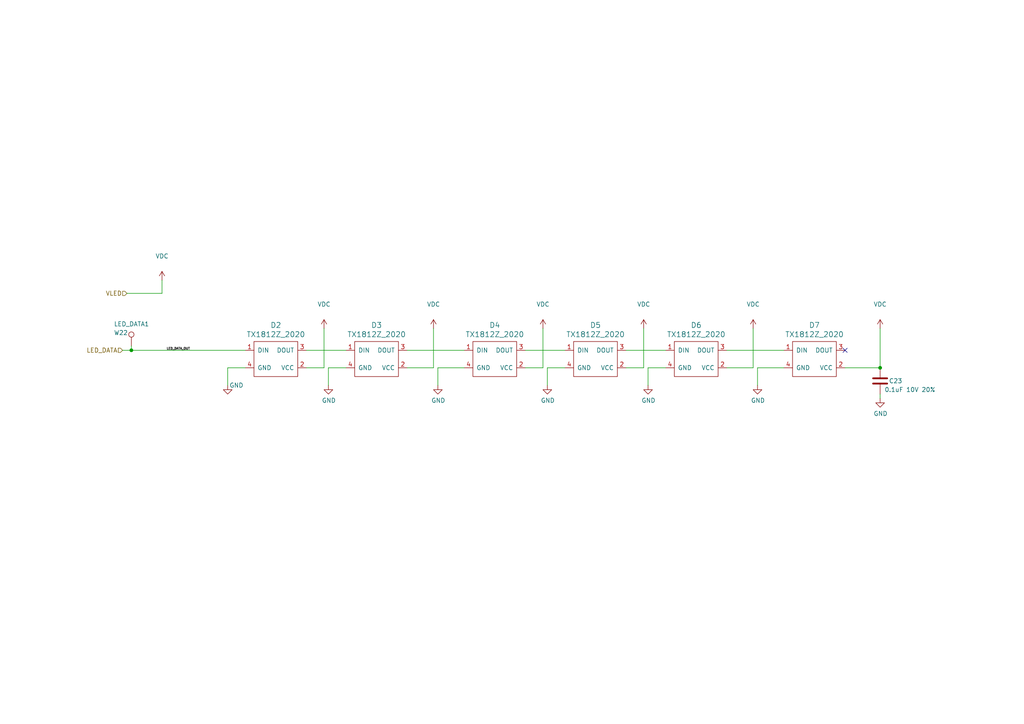
<source format=kicad_sch>
(kicad_sch (version 20211123) (generator eeschema)
  (paper "A4")
  (title_block (title "Pixels D20 Schematic, LEDs") (date "2020-04-13") (rev "2") (company "Systemic Games, LLC"))
  (lib_symbols
    (symbol "Device:C" (pin_numbers hide) (pin_names (offset 0.254))
      (property "Reference" "C" (at 0.635 2.54 0))
      (property "Value" "C" (at 0.635 -2.54 0))
      (symbol "C_0_1"
        (polyline (pts (xy -2.032 -0.762) (xy 2.032 -0.762)) (stroke (width 0.508)))
        (polyline (pts (xy -2.032 0.762) (xy 2.032 0.762)) (stroke (width 0.508)))
      )
      (symbol "C_1_1"
        (pin passive line (at 0 3.81 270) (length 2.794) (name "~") (number "1"))
        (pin passive line (at 0 -3.81 90) (length 2.794) (name "~") (number "2"))
      )
    )
    (symbol "Pixels-dice:TEST_1P-conn" (pin_numbers hide) (pin_names (offset 0.762) hide)
      (property "Reference" "W" (at 0 6.858 0))
      (property "Value" "TEST_1P-conn" (at 0 5.08 0))
      (symbol "TEST_1P-conn_0_1"
        (circle (center 0 3.302) (radius 0.762))
      )
      (symbol "TEST_1P-conn_1_1"
        (pin passive line (at 0 0 90) (length 2.54) (name "1") (number "1"))
      )
    )
    (symbol "Pixels-dice:TX1812Z_2020" (pin_names (offset 1.016))
      (property "Reference" "D" (at 0 -6.35 0))
      (property "Value" "TX1812Z_2020" (at 0 6.35 0))
      (symbol "TX1812Z_2020_0_1"
        (rectangle (start -6.35 5.08) (end 6.35 -5.08))
      )
      (symbol "TX1812Z_2020_1_1"
        (pin input line (at -8.89 2.54 0) (length 2.54) (name "DIN") (number "1"))
        (pin power_in line (at 8.89 -2.54 180) (length 2.54) (name "VCC") (number "2"))
        (pin output line (at 8.89 2.54 180) (length 2.54) (name "DOUT") (number "3"))
        (pin power_in line (at -8.89 -2.54 0) (length 2.54) (name "GND") (number "4"))
      )
    )
    (symbol "power:GND" (power) (pin_names (offset 0))
      (property "Value" "GND" (at 0 -3.81 0))
      (symbol "GND_0_1"
        (polyline (pts (xy 0 0) (xy 0 -1.27) (xy 1.27 -1.27) (xy 0 -2.54) (xy -1.27 -1.27) (xy 0 -1.27)))
      )
      (symbol "GND_1_1"
        (pin power_in line (at 0 0 270) (length 0) hide (name "GND") (number "1"))
      )
    )
    (symbol "power:VDC" (power) (pin_names (offset 0))
      (property "Value" "VDC" (at 0 6.35 0))
      (symbol "VDC_0_1"
        (polyline (pts (xy -0.762 1.27) (xy 0 2.54)))
        (polyline (pts (xy 0 0) (xy 0 2.54)))
        (polyline (pts (xy 0 2.54) (xy 0.762 1.27)))
      )
      (symbol "VDC_1_1"
        (pin power_in line (at 0 0 90) (length 0) hide (name "VDC") (number "1"))
      )
    )
  )
  (junction (at 38.1 101.6))
  (junction (at 255.27 106.68))
  (no_connect (at 245.11 101.6))
  (wire (pts (xy 118.11 106.68) (xy 125.73 106.68)))
  (wire (pts (xy 66.04 106.68) (xy 66.04 111.76)))
  (wire (pts (xy 219.71 106.68) (xy 219.71 111.76)))
  (wire (pts (xy 187.96 106.68) (xy 187.96 111.76)))
  (wire (pts (xy 255.27 114.3) (xy 255.27 115.57)))
  (wire (pts (xy 218.44 95.25) (xy 218.44 106.68)))
  (wire (pts (xy 181.61 106.68) (xy 186.69 106.68)))
  (wire (pts (xy 127 106.68) (xy 127 111.76)))
  (wire (pts (xy 210.82 106.68) (xy 218.44 106.68)))
  (wire (pts (xy 38.1 100.33) (xy 38.1 101.6)))
  (wire (pts (xy 88.9 101.6) (xy 100.33 101.6)))
  (wire (pts (xy 66.04 106.68) (xy 71.12 106.68)))
  (wire (pts (xy 46.99 85.09) (xy 46.99 81.28)))
  (wire (pts (xy 210.82 101.6) (xy 227.33 101.6)))
  (wire (pts (xy 152.4 106.68) (xy 157.48 106.68)))
  (wire (pts (xy 255.27 95.25) (xy 255.27 106.68)))
  (wire (pts (xy 38.1 101.6) (xy 71.12 101.6)))
  (wire (pts (xy 158.75 111.76) (xy 158.75 106.68)))
  (wire (pts (xy 125.73 95.25) (xy 125.73 106.68)))
  (wire (pts (xy 157.48 95.25) (xy 157.48 106.68)))
  (wire (pts (xy 245.11 106.68) (xy 255.27 106.68)))
  (wire (pts (xy 152.4 101.6) (xy 163.83 101.6)))
  (wire (pts (xy 95.25 106.68) (xy 100.33 106.68)))
  (wire (pts (xy 118.11 101.6) (xy 134.62 101.6)))
  (wire (pts (xy 127 106.68) (xy 134.62 106.68)))
  (wire (pts (xy 187.96 106.68) (xy 193.04 106.68)))
  (wire (pts (xy 158.75 106.68) (xy 163.83 106.68)))
  (wire (pts (xy 181.61 101.6) (xy 193.04 101.6)))
  (wire (pts (xy 35.56 101.6) (xy 38.1 101.6)))
  (wire (pts (xy 88.9 106.68) (xy 93.98 106.68)))
  (wire (pts (xy 186.69 95.25) (xy 186.69 106.68)))
  (wire (pts (xy 93.98 95.25) (xy 93.98 106.68)))
  (wire (pts (xy 219.71 106.68) (xy 227.33 106.68)))
  (wire (pts (xy 36.83 85.09) (xy 46.99 85.09)))
  (wire (pts (xy 95.25 111.76) (xy 95.25 106.68)))
  (label "LED_DATA_OUT" (at 48.26 101.6 0) (effects (font (size 0.635 0.635))))
  (hierarchical_label "LED_DATA" (shape input) (at 35.56 101.6 180))
  (hierarchical_label "VLED" (shape input) (at 36.83 85.09 180))
  (symbol (lib_id "Pixels-dice:TEST_1P-conn") (at 38.1 100.33 0) (unit 1)
    (property "Reference" "W22" (at 33.02 96.52 0) (effects (justify left)))
    (property "Value" "LED_DATA1" (at 33.02 93.98 0) (effects (justify left)))
    (property "Footprint" "Pixels-dice:TEST_PIN" (effects hide))
  )
  (symbol (lib_id "power:VDC") (at 46.99 81.28 0) (unit 1)
    (property "Reference" "#PWR0102" (effects hide))
    (property "Value" "VDC" (at 46.99 74.295 0))
  )
  (symbol (lib_id "power:VDC") (at 93.98 95.25 0) (unit 1)
    (property "Reference" "#PWR0103" (effects hide))
    (property "Value" "VDC" (at 93.98 88.265 0))
  )
  (symbol (lib_id "power:VDC") (at 125.73 95.25 0) (unit 1)
    (property "Reference" "#PWR0104" (effects hide))
    (property "Value" "VDC" (at 125.73 88.265 0))
  )
  (symbol (lib_id "power:GND") (at 66.04 111.76 0) (unit 1)
    (property "Reference" "#PWR0105" (effects hide))
    (property "Value" "GND" (at 68.58 111.76 0))
  )
  (symbol (lib_id "power:GND") (at 95.25 111.76 0) (unit 1)
    (property "Reference" "#PWR0106" (effects hide))
    (property "Value" "GND" (at 95.377 116.1542 0))
  )
  (symbol (lib_id "power:VDC") (at 157.48 95.25 0) (unit 1)
    (property "Reference" "#PWR0107" (effects hide))
    (property "Value" "VDC" (at 157.48 88.265 0))
  )
  (symbol (lib_id "power:VDC") (at 186.69 95.25 0) (unit 1)
    (property "Reference" "#PWR0108" (effects hide))
    (property "Value" "VDC" (at 186.69 88.265 0))
  )
  (symbol (lib_id "power:GND") (at 127 111.76 0) (unit 1)
    (property "Reference" "#PWR0109" (effects hide))
    (property "Value" "GND" (at 127.127 116.1542 0))
  )
  (symbol (lib_id "power:GND") (at 158.75 111.76 0) (unit 1)
    (property "Reference" "#PWR0110" (effects hide))
    (property "Value" "GND" (at 158.877 116.1542 0))
  )
  (symbol (lib_id "power:VDC") (at 218.44 95.25 0) (unit 1)
    (property "Reference" "#PWR0111" (effects hide))
    (property "Value" "VDC" (at 218.44 88.265 0))
  )
  (symbol (lib_id "power:VDC") (at 255.27 95.25 0) (unit 1)
    (property "Reference" "#PWR0113" (effects hide))
    (property "Value" "VDC" (at 255.27 88.265 0))
  )
  (symbol (lib_id "power:GND") (at 219.71 111.76 0) (unit 1)
    (property "Reference" "#PWR0114" (effects hide))
    (property "Value" "GND" (at 219.837 116.1542 0))
  )
  (symbol (lib_id "power:GND") (at 187.96 111.76 0) (unit 1)
    (property "Reference" "#PWR0116" (effects hide))
    (property "Value" "GND" (at 188.087 116.1542 0))
  )
  (symbol (lib_id "Device:C") (at 255.27 110.49 0) (unit 1)
    (property "Reference" "C23" (at 257.81 110.49 0) (effects (justify left)))
    (property "Value" "0.1uF 10V 20%" (at 256.54 113.03 0) (effects (justify left)))
    (property "Footprint" "Capacitor_SMD:C_0402_1005Metric" (effects hide))
    (property "Generic OK" "YES" (effects hide))
    (property "Pixels Part Number" "SMD-C005" (effects hide))
    (property "Manufacturer" "Murata" (effects hide))
    (property "Manufacturer Part Number" "GRM155R61H104KE19D" (effects hide))
  )
  (symbol (lib_id "power:GND") (at 255.27 115.57 0) (unit 1)
    (property "Reference" "#PWR0140" (effects hide))
    (property "Value" "GND" (at 255.397 119.9642 0))
  )
  (symbol (lib_id "Pixels-dice:TX1812Z_2020") (at 80.01 104.14 0) (unit 1)
    (property "Reference" "D2" (at 80.01 94.3102 0) (effects (font (size 1.524 1.524))))
    (property "Value" "TX1812Z_2020" (at 80.01 97.0026 0) (effects (font (size 1.524 1.524))))
    (property "Footprint" "Pixels-dice:TX1812Z_2020" (effects hide))
    (property "Manufacturer" "TCWIN" (effects hide))
    (property "Manufacturer Part Number" "TX1812Z 2020" (effects hide))
    (property "Pixels Part Number" "SMD-D002-ALT2" (effects hide))
    (property "Generic OK" "NO" (effects hide))
  )
  (symbol (lib_id "Pixels-dice:TX1812Z_2020") (at 109.22 104.14 0) (unit 1)
    (property "Reference" "D3" (at 109.22 94.3102 0) (effects (font (size 1.524 1.524))))
    (property "Value" "TX1812Z_2020" (at 109.22 97.0026 0) (effects (font (size 1.524 1.524))))
    (property "Footprint" "Pixels-dice:TX1812Z_2020" (effects hide))
    (property "Manufacturer" "TCWIN" (effects hide))
    (property "Manufacturer Part Number" "TX1812Z 2020" (effects hide))
    (property "Pixels Part Number" "SMD-D002-ALT2" (effects hide))
    (property "Generic OK" "NO" (effects hide))
  )
  (symbol (lib_id "Pixels-dice:TX1812Z_2020") (at 143.51 104.14 0) (unit 1)
    (property "Reference" "D4" (at 143.51 94.3102 0) (effects (font (size 1.524 1.524))))
    (property "Value" "TX1812Z_2020" (at 143.51 97.0026 0) (effects (font (size 1.524 1.524))))
    (property "Footprint" "Pixels-dice:TX1812Z_2020" (effects hide))
    (property "Manufacturer" "TCWIN" (effects hide))
    (property "Manufacturer Part Number" "TX1812Z 2020" (effects hide))
    (property "Pixels Part Number" "SMD-D002-ALT2" (effects hide))
    (property "Generic OK" "NO" (effects hide))
  )
  (symbol (lib_id "Pixels-dice:TX1812Z_2020") (at 172.72 104.14 0) (unit 1)
    (property "Reference" "D5" (at 172.72 94.3102 0) (effects (font (size 1.524 1.524))))
    (property "Value" "TX1812Z_2020" (at 172.72 97.0026 0) (effects (font (size 1.524 1.524))))
    (property "Footprint" "Pixels-dice:TX1812Z_2020" (effects hide))
    (property "Manufacturer" "TCWIN" (effects hide))
    (property "Manufacturer Part Number" "TX1812Z 2020" (effects hide))
    (property "Pixels Part Number" "SMD-D002-ALT2" (effects hide))
    (property "Generic OK" "NO" (effects hide))
  )
  (symbol (lib_id "Pixels-dice:TX1812Z_2020") (at 201.93 104.14 0) (unit 1)
    (property "Reference" "D6" (at 201.93 94.3102 0) (effects (font (size 1.524 1.524))))
    (property "Value" "TX1812Z_2020" (at 201.93 97.0026 0) (effects (font (size 1.524 1.524))))
    (property "Footprint" "Pixels-dice:TX1812Z_2020" (effects hide))
    (property "Manufacturer" "TCWIN" (effects hide))
    (property "Manufacturer Part Number" "TX1812Z 2020" (effects hide))
    (property "Pixels Part Number" "SMD-D002-ALT2" (effects hide))
    (property "Generic OK" "NO" (effects hide))
  )
  (symbol (lib_id "Pixels-dice:TX1812Z_2020") (at 236.22 104.14 0) (unit 1)
    (property "Reference" "D7" (at 236.22 94.3102 0) (effects (font (size 1.524 1.524))))
    (property "Value" "TX1812Z_2020" (at 236.22 97.0026 0) (effects (font (size 1.524 1.524))))
    (property "Footprint" "Pixels-dice:TX1812Z_2020" (effects hide))
    (property "Manufacturer" "TCWIN" (effects hide))
    (property "Manufacturer Part Number" "TX1812Z 2020" (effects hide))
    (property "Pixels Part Number" "SMD-D002-ALT2" (effects hide))
    (property "Generic OK" "NO" (effects hide))
  )
)
</source>
